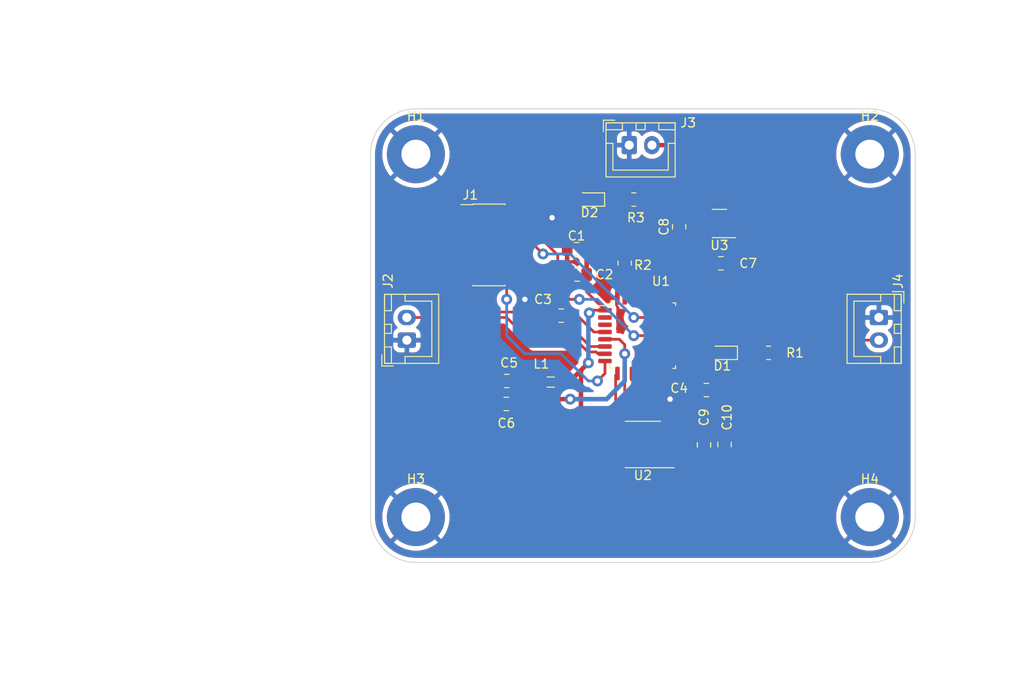
<source format=kicad_pcb>
(kicad_pcb (version 20211014) (generator pcbnew)
  (layers (0 "F.Cu" signal) (31 "B.Cu" signal) (34 "B.Paste" user) (35 "F.Paste" user) (36 "B.SilkS" user "B.Silkscreen") (37 "F.SilkS" user "F.Silkscreen") (38 "B.Mask" user) (39 "F.Mask" user) (44 "Edge.Cuts" user))
  (net 0 "")
  (net 1 "+3.3V")
  (net 2 "GND")
  (net 3 "NRST")
  (net 4 "+3.3VA")
  (net 5 "+5V")
  (net 6 "Net-(D1-Pad1)")
  (net 7 "LED_STATUS")
  (net 8 "Net-(D2-Pad1)")
  (net 11 "SWDIO")
  (net 12 "SWDCK")
  (net 16 "USART2_RX")
  (net 17 "USART2_TX")
  (net 18 "ADC_IN1")
  (net 19 "DAC_OUT")
  (net 20 "Net-(R2-Pad1)")
  (net 23 "DAC_nLDAC")
  (net 24 "DAC_nCS")
  (net 25 "SPI1_SCK")
  (net 27 "SPI1_MOSI")
  (footprint "Resistor_SMD:R_0805_2012Metric_Pad1.20x1.40mm_HandSolder" (layer "F.Cu") (at 81 59 90)
    (fp_text reference "R2" (at -0.227064 2 180) (layer "F.SilkS"))
    (fp_text value "100k")
    (fp_line (start -0.227064 0.735) (end 0.227064 0.735) (layer "F.SilkS") (width 0.12))
    (fp_line (start -0.227064 -0.735) (end 0.227064 -0.735) (layer "F.SilkS") (width 0.12))
    (pad "1" smd roundrect (at -1 0 90) (size 1.2 1.4) (layers "F.Cu" "F.Paste" "F.Mask") (roundrect_rratio 0.208333) (net 20 "Net-(R2-Pad1)"))
    (pad "2" smd roundrect (at 1 0 90) (size 1.2 1.4) (layers "F.Cu" "F.Paste" "F.Mask") (roundrect_rratio 0.208333) (net 2 "GND"))
  )
  (footprint "Capacitor_SMD:C_0805_2012Metric_Pad1.18x1.45mm_HandSolder" (layer "F.Cu") (at 68 72 180)
    (fp_text reference "C5" (at -0.261252 2) (layer "F.SilkS"))
    (fp_text value "1u")
    (fp_line (start -0.261252 0.735) (end 0.261252 0.735) (layer "F.SilkS") (width 0.12))
    (fp_line (start -0.261252 -0.735) (end 0.261252 -0.735) (layer "F.SilkS") (width 0.12))
    (pad "1" smd roundrect (at -1.0375 0 180) (size 1.175 1.45) (layers "F.Cu" "F.Paste" "F.Mask") (roundrect_rratio 0.212766) (net 4 "+3.3VA"))
    (pad "2" smd roundrect (at 1.0375 0 180) (size 1.175 1.45) (layers "F.Cu" "F.Paste" "F.Mask") (roundrect_rratio 0.212766) (net 2 "GND"))
  )
  (footprint "MountingHole:MountingHole_3.2mm_M3_Pad" (layer "F.Cu") (at 58 47)
    (fp_text reference "H1" (at 0 -4.2) (layer "F.SilkS"))
    (fp_text value "MountingHole_Pad")
    (pad "1" thru_hole circle (at 0 0) (size 6.4 6.4) (drill 3.2) (layers *.Cu *.Mask) (net 2 "GND"))
  )
  (footprint "LED_SMD:LED_0603_1608Metric_Pad1.05x0.95mm_HandSolder" (layer "F.Cu") (at 91.758256 68.9 180)
    (fp_text reference "D1" (at 0 -1.43) (layer "F.SilkS"))
    (fp_text value "ORANGE_TLMO1100_GS8")
    (fp_line (start 0.8 -0.735) (end -1.66 -0.735) (layer "F.SilkS") (width 0.12))
    (fp_line (start -1.66 0.735) (end 0.8 0.735) (layer "F.SilkS") (width 0.12))
    (fp_line (start -1.66 -0.735) (end -1.66 0.735) (layer "F.SilkS") (width 0.12))
    (pad "1" smd roundrect (at -0.875 0 180) (size 1.05 0.95) (layers "F.Cu" "F.Paste" "F.Mask") (net 6 "Net-(D1-Pad1)"))
    (pad "2" smd roundrect (at 0.875 0 180) (size 1.05 0.95) (layers "F.Cu" "F.Paste" "F.Mask") (net 7 "LED_STATUS"))
  )
  (footprint "MountingHole:MountingHole_3.2mm_M3_Pad" (layer "F.Cu") (at 108 87)
    (fp_text reference "H4" (at 0 -4.2) (layer "F.SilkS"))
    (fp_text value "MountingHole_Pad")
    (pad "1" thru_hole circle (at 0 0) (size 6.4 6.4) (drill 3.2) (layers *.Cu *.Mask) (net 2 "GND"))
  )
  (footprint "Connector_JST:JST_XH_B2B-XH-A_1x02_P2.50mm_Vertical" (layer "F.Cu") (at 57 67.5 90)
    (fp_text reference "J2" (at 6.5 -2.075 90) (layer "F.SilkS"))
    (fp_text value "INPUT")
    (fp_line (start -2.56 -2.46) (end -2.56 3.51) (layer "F.SilkS") (width 0.12))
    (fp_line (start -2.56 3.51) (end 5.06 3.51) (layer "F.SilkS") (width 0.12))
    (fp_line (start 4.3 2.75) (end 1.25 2.75) (layer "F.SilkS") (width 0.12))
    (fp_line (start 1.75 -2.45) (end 0.75 -2.45) (layer "F.SilkS") (width 0.12))
    (fp_line (start 4.3 -0.2) (end 4.3 2.75) (layer "F.SilkS") (width 0.12))
    (fp_line (start 5.05 -0.2) (end 4.3 -0.2) (layer "F.SilkS") (width 0.12))
    (fp_line (start -1.8 -0.2) (end -1.8 2.75) (layer "F.SilkS") (width 0.12))
    (fp_line (start 5.06 3.51) (end 5.06 -2.46) (layer "F.SilkS") (width 0.12))
    (fp_line (start 1.75 -1.7) (end 1.75 -2.45) (layer "F.SilkS") (width 0.12))
    (fp_line (start -2.55 -2.45) (end -2.55 -1.7) (layer "F.SilkS") (width 0.12))
    (fp_line (start 5.05 -1.7) (end 5.05 -2.45) (layer "F.SilkS") (width 0.12))
    (fp_line (start 3.25 -1.7) (end 5.05 -1.7) (layer "F.SilkS") (width 0.12))
    (fp_line (start -2.55 -0.2) (end -1.8 -0.2) (layer "F.SilkS") (width 0.12))
    (fp_line (start 0.75 -2.45) (end 0.75 -1.7) (layer "F.SilkS") (width 0.12))
    (fp_line (start -2.55 -1.7) (end -0.75 -1.7) (layer "F.SilkS") (width 0.12))
    (fp_line (start 0.75 -1.7) (end 1.75 -1.7) (layer "F.SilkS") (width 0.12))
    (fp_line (start -2.85 -2.75) (end -2.85 -1.5) (layer "F.SilkS") (width 0.12))
    (fp_line (start 5.05 -2.45) (end 3.25 -2.45) (layer "F.SilkS") (width 0.12))
    (fp_line (start -0.75 -1.7) (end -0.75 -2.45) (layer "F.SilkS") (width 0.12))
    (fp_line (start -1.6 -2.75) (end -2.85 -2.75) (layer "F.SilkS") (width 0.12))
    (fp_line (start -1.8 2.75) (end 1.25 2.75) (layer "F.SilkS") (width 0.12))
    (fp_line (start -0.75 -2.45) (end -2.55 -2.45) (layer "F.SilkS") (width 0.12))
    (fp_line (start 3.25 -2.45) (end 3.25 -1.7) (layer "F.SilkS") (width 0.12))
    (fp_line (start 5.06 -2.46) (end -2.56 -2.46) (layer "F.SilkS") (width 0.12))
    (pad "1" thru_hole roundrect (at 0 0 90) (size 1.7 2) (drill 1) (layers *.Cu *.Mask) (roundrect_rratio 0.147059) (net 2 "GND"))
    (pad "2" thru_hole oval (at 2.5 0 90) (size 1.7 2) (drill 1) (layers *.Cu *.Mask) (net 18 "ADC_IN1"))
  )
  (footprint "MountingHole:MountingHole_3.2mm_M3_Pad" (layer "F.Cu") (at 108 47)
    (fp_text reference "H2" (at 0 -4.2) (layer "F.SilkS"))
    (fp_text value "MountingHole_Pad")
    (pad "1" thru_hole circle (at 0 0) (size 6.4 6.4) (drill 3.2) (layers *.Cu *.Mask) (net 2 "GND"))
  )
  (footprint "Capacitor_SMD:C_0805_2012Metric_Pad1.18x1.45mm_HandSolder" (layer "F.Cu") (at 75.7675 60.265 180)
    (fp_text reference "C2" (at -3 0) (layer "F.SilkS"))
    (fp_text value "100n")
    (fp_line (start -0.261252 0.735) (end 0.261252 0.735) (layer "F.SilkS") (width 0.12))
    (fp_line (start -0.261252 -0.735) (end 0.261252 -0.735) (layer "F.SilkS") (width 0.12))
    (pad "1" smd roundrect (at -1.0375 0 180) (size 1.175 1.45) (layers "F.Cu" "F.Paste" "F.Mask") (roundrect_rratio 0.212766) (net 1 "+3.3V"))
    (pad "2" smd roundrect (at 1.0375 0 180) (size 1.175 1.45) (layers "F.Cu" "F.Paste" "F.Mask") (roundrect_rratio 0.212766) (net 2 "GND"))
  )
  (footprint "Capacitor_SMD:C_0805_2012Metric_Pad1.18x1.45mm_HandSolder" (layer "F.Cu") (at 89.735 79.0375 90)
    (fp_text reference "C9" (at 3.0375 0 90) (layer "F.SilkS"))
    (fp_text value "100n")
    (fp_line (start -0.261252 -0.735) (end 0.261252 -0.735) (layer "F.SilkS") (width 0.12))
    (fp_line (start -0.261252 0.735) (end 0.261252 0.735) (layer "F.SilkS") (width 0.12))
    (pad "1" smd roundrect (at -1.0375 0 90) (size 1.175 1.45) (layers "F.Cu" "F.Paste" "F.Mask") (roundrect_rratio 0.212766) (net 1 "+3.3V"))
    (pad "2" smd roundrect (at 1.0375 0 90) (size 1.175 1.45) (layers "F.Cu" "F.Paste" "F.Mask") (roundrect_rratio 0.212766) (net 2 "GND"))
  )
  (footprint "Capacitor_SMD:C_0805_2012Metric_Pad1.18x1.45mm_HandSolder" (layer "F.Cu") (at 75.701248 57.47 180)
    (fp_text reference "C1" (at 0 1.47) (layer "F.SilkS"))
    (fp_text value "4u7")
    (fp_line (start -0.261252 0.735) (end 0.261252 0.735) (layer "F.SilkS") (width 0.12))
    (fp_line (start -0.261252 -0.735) (end 0.261252 -0.735) (layer "F.SilkS") (width 0.12))
    (pad "1" smd roundrect (at -1.0375 0 180) (size 1.175 1.45) (layers "F.Cu" "F.Paste" "F.Mask") (roundrect_rratio 0.212766) (net 1 "+3.3V"))
    (pad "2" smd roundrect (at 1.0375 0 180) (size 1.175 1.45) (layers "F.Cu" "F.Paste" "F.Mask") (roundrect_rratio 0.212766) (net 2 "GND"))
  )
  (footprint "Inductor_SMD:L_0805_2012Metric_Pad1.05x1.20mm_HandSolder" (layer "F.Cu") (at 72.85 72.12 180)
    (fp_text reference "L1" (at 1.029516 2) (layer "F.SilkS"))
    (fp_text value "39n")
    (fp_line (start -0.410242 -0.56) (end 0.410242 -0.56) (layer "F.SilkS") (width 0.12))
    (fp_line (start -0.410242 0.56) (end 0.410242 0.56) (layer "F.SilkS") (width 0.12))
    (pad "1" smd roundrect (at -1.15 0 180) (size 1.05 1.2) (layers "F.Cu" "F.Paste" "F.Mask") (roundrect_rratio 0.238095) (net 1 "+3.3V"))
    (pad "2" smd roundrect (at 1.15 0 180) (size 1.05 1.2) (layers "F.Cu" "F.Paste" "F.Mask") (roundrect_rratio 0.238095) (net 4 "+3.3VA"))
  )
  (footprint "Connector_JST:JST_XH_B2B-XH-A_1x02_P2.50mm_Vertical" (layer "F.Cu") (at 81.5 46)
    (fp_text reference "J3" (at 6.5 -2.46) (layer "F.SilkS"))
    (fp_text value "POWER")
    (fp_line (start 0.75 -1.7) (end 1.75 -1.7) (layer "F.SilkS") (width 0.12))
    (fp_line (start -1.8 -0.2) (end -1.8 2.75) (layer "F.SilkS") (width 0.12))
    (fp_line (start 1.75 -1.7) (end 1.75 -2.45) (layer "F.SilkS") (width 0.12))
    (fp_line (start -2.85 -2.75) (end -2.85 -1.5) (layer "F.SilkS") (width 0.12))
    (fp_line (start 5.06 3.51) (end 5.06 -2.46) (layer "F.SilkS") (width 0.12))
    (fp_line (start -2.55 -2.45) (end -2.55 -1.7) (layer "F.SilkS") (width 0.12))
    (fp_line (start 0.75 -2.45) (end 0.75 -1.7) (layer "F.SilkS") (width 0.12))
    (fp_line (start 1.75 -2.45) (end 0.75 -2.45) (layer "F.SilkS") (width 0.12))
    (fp_line (start -1.8 2.75) (end 1.25 2.75) (layer "F.SilkS") (width 0.12))
    (fp_line (start 5.05 -1.7) (end 5.05 -2.45) (layer "F.SilkS") (width 0.12))
    (fp_line (start 5.05 -2.45) (end 3.25 -2.45) (layer "F.SilkS") (width 0.12))
    (fp_line (start 4.3 -0.2) (end 4.3 2.75) (layer "F.SilkS") (width 0.12))
    (fp_line (start 5.05 -0.2) (end 4.3 -0.2) (layer "F.SilkS") (width 0.12))
    (fp_line (start -2.55 -0.2) (end -1.8 -0.2) (layer "F.SilkS") (width 0.12))
    (fp_line (start 4.3 2.75) (end 1.25 2.75) (layer "F.SilkS") (width 0.12))
    (fp_line (start -2.55 -1.7) (end -0.75 -1.7) (layer "F.SilkS") (width 0.12))
    (fp_line (start 3.25 -1.7) (end 5.05 -1.7) (layer "F.SilkS") (width 0.12))
    (fp_line (start -2.56 -2.46) (end -2.56 3.51) (layer "F.SilkS") (width 0.12))
    (fp_line (start -0.75 -1.7) (end -0.75 -2.45) (layer "F.SilkS") (width 0.12))
    (fp_line (start -1.6 -2.75) (end -2.85 -2.75) (layer "F.SilkS") (width 0.12))
    (fp_line (start -2.56 3.51) (end 5.06 3.51) (layer "F.SilkS") (width 0.12))
    (fp_line (start 5.06 -2.46) (end -2.56 -2.46) (layer "F.SilkS") (width 0.12))
    (fp_line (start 3.25 -2.45) (end 3.25 -1.7) (layer "F.SilkS") (width 0.12))
    (fp_line (start -0.75 -2.45) (end -2.55 -2.45) (layer "F.SilkS") (width 0.12))
    (pad "1" thru_hole roundrect (at 0 0) (size 1.7 2) (drill 1) (layers *.Cu *.Mask) (roundrect_rratio 0.147059) (net 2 "GND"))
    (pad "2" thru_hole oval (at 2.5 0) (size 1.7 2) (drill 1) (layers *.Cu *.Mask) (net 5 "+5V"))
  )
  (footprint "Capacitor_SMD:C_0805_2012Metric_Pad1.18x1.45mm_HandSolder" (layer "F.Cu") (at 74 64.795 180)
    (fp_text reference "C3" (at 2 1.795) (layer "F.SilkS"))
    (fp_text value "100n")
    (fp_line (start -0.261252 0.735) (end 0.261252 0.735) (layer "F.SilkS") (width 0.12))
    (fp_line (start -0.261252 -0.735) (end 0.261252 -0.735) (layer "F.SilkS") (width 0.12))
    (pad "1" smd roundrect (at -1.0375 0 180) (size 1.175 1.45) (layers "F.Cu" "F.Paste" "F.Mask") (roundrect_rratio 0.212766) (net 3 "NRST"))
    (pad "2" smd roundrect (at 1.0375 0 180) (size 1.175 1.45) (layers "F.Cu" "F.Paste" "F.Mask") (roundrect_rratio 0.212766) (net 2 "GND"))
  )
  (footprint "Capacitor_SMD:C_0805_2012Metric" (layer "F.Cu") (at 91.6 59.03 180)
    (fp_text reference "C7" (at -3 0) (layer "F.SilkS"))
    (fp_text value "1uF")
    (fp_line (start -0.261252 -0.735) (end 0.261252 -0.735) (layer "F.SilkS") (width 0.12))
    (fp_line (start -0.261252 0.735) (end 0.261252 0.735) (layer "F.SilkS") (width 0.12))
    (pad "1" smd roundrect (at -0.95 0 180) (size 1 1.45) (layers "F.Cu" "F.Paste" "F.Mask") (net 5 "+5V"))
    (pad "2" smd roundrect (at 0.95 0 180) (size 1 1.45) (layers "F.Cu" "F.Paste" "F.Mask") (net 2 "GND"))
  )
  (footprint "Package_SO:SOIC-8_3.9x4.9mm_P1.27mm" (layer "F.Cu") (at 83 79 180)
    (fp_text reference "U2" (at 0 -3.4) (layer "F.SilkS"))
    (fp_text value "MCP4801-E/SN")
    (fp_line (start 0 -2.56) (end -3.45 -2.56) (layer "F.SilkS") (width 0.12))
    (fp_line (start 0 2.56) (end -1.95 2.56) (layer "F.SilkS") (width 0.12))
    (fp_line (start 0 2.56) (end 1.95 2.56) (layer "F.SilkS") (width 0.12))
    (fp_line (start 0 -2.56) (end 1.95 -2.56) (layer "F.SilkS") (width 0.12))
    (pad "1" smd roundrect (at -2.475 -1.905 180) (size 1.95 0.6) (layers "F.Cu" "F.Paste" "F.Mask") (net 1 "+3.3V"))
    (pad "2" smd roundrect (at -2.475 -0.635 180) (size 1.95 0.6) (layers "F.Cu" "F.Paste" "F.Mask") (net 24 "DAC_nCS"))
    (pad "3" smd roundrect (at -2.475 0.635 180) (size 1.95 0.6) (layers "F.Cu" "F.Paste" "F.Mask") (net 25 "SPI1_SCK"))
    (pad "4" smd roundrect (at -2.475 1.905 180) (size 1.95 0.6) (layers "F.Cu" "F.Paste" "F.Mask") (net 27 "SPI1_MOSI"))
    (pad "5" smd roundrect (at 2.475 1.905 180) (size 1.95 0.6) (layers "F.Cu" "F.Paste" "F.Mask") (net 23 "DAC_nLDAC"))
    (pad "6" smd roundrect (at 2.475 0.635 180) (size 1.95 0.6) (layers "F.Cu" "F.Paste" "F.Mask") (net 1 "+3.3V"))
    (pad "7" smd roundrect (at 2.475 -0.635 180) (size 1.95 0.6) (layers "F.Cu" "F.Paste" "F.Mask") (net 2 "GND"))
    (pad "8" smd roundrect (at 2.475 -1.905 180) (size 1.95 0.6) (layers "F.Cu" "F.Paste" "F.Mask") (net 19 "DAC_OUT"))
  )
  (footprint "Package_TO_SOT_SMD:SOT-23-5" (layer "F.Cu") (at 91.4375 54.64 180)
    (fp_text reference "U3" (at 0 -2.4) (layer "F.SilkS"))
    (fp_text value "BU33SD5WG-TR")
    (fp_line (start 0 -1.56) (end -1.8 -1.56) (layer "F.SilkS") (width 0.12))
    (fp_line (start 0 1.56) (end 0.8 1.56) (layer "F.SilkS") (width 0.12))
    (fp_line (start 0 -1.56) (end 0.8 -1.56) (layer "F.SilkS") (width 0.12))
    (fp_line (start 0 1.56) (end -0.8 1.56) (layer "F.SilkS") (width 0.12))
    (pad "1" smd roundrect (at -1.1375 -0.95 180) (size 1.325 0.6) (layers "F.Cu" "F.Paste" "F.Mask") (net 5 "+5V"))
    (pad "2" smd roundrect (at -1.1375 0 180) (size 1.325 0.6) (layers "F.Cu" "F.Paste" "F.Mask") (net 2 "GND"))
    (pad "3" smd roundrect (at -1.1375 0.95 180) (size 1.325 0.6) (layers "F.Cu" "F.Paste" "F.Mask") (net 5 "+5V"))
    (pad "4" smd roundrect (at 1.1375 0.95 180) (size 1.325 0.6) (layers "F.Cu" "F.Paste" "F.Mask"))
    (pad "5" smd roundrect (at 1.1375 -0.95 180) (size 1.325 0.6) (layers "F.Cu" "F.Paste" "F.Mask") (net 1 "+3.3V"))
  )
  (footprint "Capacitor_SMD:C_0805_2012Metric_Pad1.18x1.45mm_HandSolder" (layer "F.Cu") (at 90 73)
    (fp_text reference "C4" (at -3 -0.205) (layer "F.SilkS"))
    (fp_text value "100n")
    (fp_line (start -0.261252 0.735) (end 0.261252 0.735) (layer "F.SilkS") (width 0.12))
    (fp_line (start -0.261252 -0.735) (end 0.261252 -0.735) (layer "F.SilkS") (width 0.12))
    (pad "1" smd roundrect (at -1.0375 0) (size 1.175 1.45) (layers "F.Cu" "F.Paste" "F.Mask") (roundrect_rratio 0.212766) (net 1 "+3.3V"))
    (pad "2" smd roundrect (at 1.0375 0) (size 1.175 1.45) (layers "F.Cu" "F.Paste" "F.Mask") (roundrect_rratio 0.212766) (net 2 "GND"))
  )
  (footprint "Capacitor_SMD:C_0805_2012Metric_Pad1.18x1.45mm_HandSolder" (layer "F.Cu") (at 67.9625 74.53 180)
    (fp_text reference "C6" (at 0 -2.115) (layer "F.SilkS"))
    (fp_text value "10n")
    (fp_line (start -0.261252 0.735) (end 0.261252 0.735) (layer "F.SilkS") (width 0.12))
    (fp_line (start -0.261252 -0.735) (end 0.261252 -0.735) (layer "F.SilkS") (width 0.12))
    (pad "1" smd roundrect (at -1.0375 0 180) (size 1.175 1.45) (layers "F.Cu" "F.Paste" "F.Mask") (roundrect_rratio 0.212766) (net 4 "+3.3VA"))
    (pad "2" smd roundrect (at 1.0375 0 180) (size 1.175 1.45) (layers "F.Cu" "F.Paste" "F.Mask") (roundrect_rratio 0.212766) (net 2 "GND"))
  )
  (footprint "Connector_JST:JST_XH_B2B-XH-A_1x02_P2.50mm_Vertical" (layer "F.Cu") (at 109 65 -90)
    (fp_text reference "J4" (at -4 -2.125 90) (layer "F.SilkS"))
    (fp_text value "OUTPUT")
    (fp_line (start -2.85 -2.75) (end -2.85 -1.5) (layer "F.SilkS") (width 0.12))
    (fp_line (start -2.55 -0.2) (end -1.8 -0.2) (layer "F.SilkS") (width 0.12))
    (fp_line (start -0.75 -2.45) (end -2.55 -2.45) (layer "F.SilkS") (width 0.12))
    (fp_line (start -2.55 -2.45) (end -2.55 -1.7) (layer "F.SilkS") (width 0.12))
    (fp_line (start 4.3 -0.2) (end 4.3 2.75) (layer "F.SilkS") (width 0.12))
    (fp_line (start -0.75 -1.7) (end -0.75 -2.45) (layer "F.SilkS") (width 0.12))
    (fp_line (start -1.6 -2.75) (end -2.85 -2.75) (layer "F.SilkS") (width 0.12))
    (fp_line (start -1.8 -0.2) (end -1.8 2.75) (layer "F.SilkS") (width 0.12))
    (fp_line (start 3.25 -2.45) (end 3.25 -1.7) (layer "F.SilkS") (width 0.12))
    (fp_line (start 5.05 -1.7) (end 5.05 -2.45) (layer "F.SilkS") (width 0.12))
    (fp_line (start 5.06 -2.46) (end -2.56 -2.46) (layer "F.SilkS") (width 0.12))
    (fp_line (start 5.06 3.51) (end 5.06 -2.46) (layer "F.SilkS") (width 0.12))
    (fp_line (start 5.05 -2.45) (end 3.25 -2.45) (layer "F.SilkS") (width 0.12))
    (fp_line (start -1.8 2.75) (end 1.25 2.75) (layer "F.SilkS") (width 0.12))
    (fp_line (start 0.75 -2.45) (end 0.75 -1.7) (layer "F.SilkS") (width 0.12))
    (fp_line (start 1.75 -2.45) (end 0.75 -2.45) (layer "F.SilkS") (width 0.12))
    (fp_line (start 5.05 -0.2) (end 4.3 -0.2) (layer "F.SilkS") (width 0.12))
    (fp_line (start 0.75 -1.7) (end 1.75 -1.7) (layer "F.SilkS") (width 0.12))
    (fp_line (start 4.3 2.75) (end 1.25 2.75) (layer "F.SilkS") (width 0.12))
    (fp_line (start -2.56 3.51) (end 5.06 3.51) (layer "F.SilkS") (width 0.12))
    (fp_line (start -2.56 -2.46) (end -2.56 3.51) (layer "F.SilkS") (width 0.12))
    (fp_line (start 3.25 -1.7) (end 5.05 -1.7) (layer "F.SilkS") (width 0.12))
    (fp_line (start 1.75 -1.7) (end 1.75 -2.45) (layer "F.SilkS") (width 0.12))
    (fp_line (start -2.55 -1.7) (end -0.75 -1.7) (layer "F.SilkS") (width 0.12))
    (pad "1" thru_hole roundrect (at 0 0 270) (size 1.7 2) (drill 1) (layers *.Cu *.Mask) (roundrect_rratio 0.147059) (net 2 "GND"))
    (pad "2" thru_hole oval (at 2.5 0 270) (size 1.7 2) (drill 1) (layers *.Cu *.Mask) (net 19 "DAC_OUT"))
  )
  (footprint "Capacitor_SMD:C_0805_2012Metric" (layer "F.Cu") (at 87 55 90)
    (fp_text reference "C8" (at 0 -1.68 90) (layer "F.SilkS"))
    (fp_text value "1uF")
    (fp_line (start -0.261252 0.735) (end 0.261252 0.735) (layer "F.SilkS") (width 0.12))
    (fp_line (start -0.261252 -0.735) (end 0.261252 -0.735) (layer "F.SilkS") (width 0.12))
    (pad "1" smd roundrect (at -0.95 0 90) (size 1 1.45) (layers "F.Cu" "F.Paste" "F.Mask") (net 1 "+3.3V"))
    (pad "2" smd roundrect (at 0.95 0 90) (size 1 1.45) (layers "F.Cu" "F.Paste" "F.Mask") (net 2 "GND"))
  )
  (footprint "LED_SMD:LED_0603_1608Metric_Pad1.05x0.95mm_HandSolder" (layer "F.Cu") (at 77.125 52 180)
    (fp_text reference "D2" (at 0 -1.43) (layer "F.SilkS"))
    (fp_text value "GREEN LED")
    (fp_line (start 0.8 -0.735) (end -1.66 -0.735) (layer "F.SilkS") (width 0.12))
    (fp_line (start -1.66 -0.735) (end -1.66 0.735) (layer "F.SilkS") (width 0.12))
    (fp_line (start -1.66 0.735) (end 0.8 0.735) (layer "F.SilkS") (width 0.12))
    (pad "1" smd roundrect (at -0.875 0 180) (size 1.05 0.95) (layers "F.Cu" "F.Paste" "F.Mask") (net 8 "Net-(D2-Pad1)"))
    (pad "2" smd roundrect (at 0.875 0 180) (size 1.05 0.95) (layers "F.Cu" "F.Paste" "F.Mask") (net 1 "+3.3V"))
  )
  (footprint "Resistor_SMD:R_0805_2012Metric_Pad1.20x1.40mm_HandSolder" (layer "F.Cu") (at 82 52)
    (fp_text reference "R3" (at 0.227064 2) (layer "F.SilkS"))
    (fp_text value "1k")
    (fp_line (start -0.227064 -0.735) (end 0.227064 -0.735) (layer "F.SilkS") (width 0.12))
    (fp_line (start -0.227064 0.735) (end 0.227064 0.735) (layer "F.SilkS") (width 0.12))
    (pad "1" smd roundrect (at -1 0) (size 1.2 1.4) (layers "F.Cu" "F.Paste" "F.Mask") (roundrect_rratio 0.208333) (net 8 "Net-(D2-Pad1)"))
    (pad "2" smd roundrect (at 1 0) (size 1.2 1.4) (layers "F.Cu" "F.Paste" "F.Mask") (roundrect_rratio 0.208333) (net 2 "GND"))
  )
  (footprint "Capacitor_SMD:C_0805_2012Metric" (layer "F.Cu") (at 92 79 90)
    (fp_text reference "C10" (at 3 0.265 90) (layer "F.SilkS"))
    (fp_text value "10u")
    (fp_line (start -0.261252 0.735) (end 0.261252 0.735) (layer "F.SilkS") (width 0.12))
    (fp_line (start -0.261252 -0.735) (end 0.261252 -0.735) (layer "F.SilkS") (width 0.12))
    (pad "1" smd roundrect (at -0.95 0 90) (size 1 1.45) (layers "F.Cu" "F.Paste" "F.Mask") (net 1 "+3.3V"))
    (pad "2" smd roundrect (at 0.95 0 90) (size 1 1.45) (layers "F.Cu" "F.Paste" "F.Mask") (net 2 "GND"))
  )
  (footprint "Connector_PinHeader_1.27mm:PinHeader_2x07_P1.27mm_Vertical_SMD" (layer "F.Cu") (at 66.05 57)
    (fp_text reference "J1" (at -2.05 -5.505) (layer "F.SilkS"))
    (fp_text value "Conn_02x07_Odd_Even")
    (fp_line (start -1.765 4.44) (end -1.765 4.505) (layer "F.SilkS") (width 0.12))
    (fp_line (start -1.765 4.505) (end 1.765 4.505) (layer "F.SilkS") (width 0.12))
    (fp_line (start 1.765 -4.505) (end 1.765 -4.44) (layer "F.SilkS") (width 0.12))
    (fp_line (start 1.765 4.44) (end 1.765 4.505) (layer "F.SilkS") (width 0.12))
    (fp_line (start -1.765 -4.505) (end -1.765 -4.44) (layer "F.SilkS") (width 0.12))
    (fp_line (start -3.09 -4.44) (end -1.765 -4.44) (layer "F.SilkS") (width 0.12))
    (fp_line (start -1.765 -4.505) (end 1.765 -4.505) (layer "F.SilkS") (width 0.12))
    (pad "1" smd rect (at -1.95 -3.81) (size 2.4 0.74) (layers "F.Cu" "F.Paste" "F.Mask"))
    (pad "2" smd rect (at 1.95 -3.81) (size 2.4 0.74) (layers "F.Cu" "F.Paste" "F.Mask"))
    (pad "3" smd rect (at -1.95 -2.54) (size 2.4 0.74) (layers "F.Cu" "F.Paste" "F.Mask") (net 1 "+3.3V"))
    (pad "4" smd rect (at 1.95 -2.54) (size 2.4 0.74) (layers "F.Cu" "F.Paste" "F.Mask") (net 11 "SWDIO"))
    (pad "5" smd rect (at -1.95 -1.27) (size 2.4 0.74) (layers "F.Cu" "F.Paste" "F.Mask") (net 2 "GND"))
    (pad "6" smd rect (at 1.95 -1.27) (size 2.4 0.74) (layers "F.Cu" "F.Paste" "F.Mask") (net 12 "SWDCK"))
    (pad "7" smd rect (at -1.95 0) (size 2.4 0.74) (layers "F.Cu" "F.Paste" "F.Mask") (net 2 "GND"))
    (pad "8" smd rect (at 1.95 0) (size 2.4 0.74) (layers "F.Cu" "F.Paste" "F.Mask"))
    (pad "9" smd rect (at -1.95 1.27) (size 2.4 0.74) (layers "F.Cu" "F.Paste" "F.Mask"))
    (pad "10" smd rect (at 1.95 1.27) (size 2.4 0.74) (layers "F.Cu" "F.Paste" "F.Mask"))
    (pad "11" smd rect (at -1.95 2.54) (size 2.4 0.74) (layers "F.Cu" "F.Paste" "F.Mask") (net 2 "GND"))
    (pad "12" smd rect (at 1.95 2.54) (size 2.4 0.74) (layers "F.Cu" "F.Paste" "F.Mask") (net 3 "NRST"))
    (pad "13" smd rect (at -1.95 3.81) (size 2.4 0.74) (layers "F.Cu" "F.Paste" "F.Mask") (net 16 "USART2_RX"))
    (pad "14" smd rect (at 1.95 3.81) (size 2.4 0.74) (layers "F.Cu" "F.Paste" "F.Mask") (net 17 "USART2_TX"))
  )
  (footprint "MountingHole:MountingHole_3.2mm_M3_Pad" (layer "F.Cu") (at 58 87)
    (fp_text reference "H3" (at 0 -4.2) (layer "F.SilkS"))
    (fp_text value "MountingHole_Pad")
    (pad "1" thru_hole circle (at 0 0) (size 6.4 6.4) (drill 3.2) (layers *.Cu *.Mask) (net 2 "GND"))
  )
  (footprint "Package_QFP:LQFP-32_7x7mm_P0.8mm" (layer "F.Cu") (at 83 67)
    (fp_text reference "U1" (at 2 -6) (layer "F.SilkS"))
    (fp_text value "STM32L021K4Tx")
    (fp_line (start 3.31 -3.61) (end 3.61 -3.61) (layer "F.SilkS") (width 0.12))
    (fp_line (start -3.61 3.61) (end -3.61 3.31) (layer "F.SilkS") (width 0.12))
    (fp_line (start -3.31 3.61) (end -3.61 3.61) (layer "F.SilkS") (width 0.12))
    (fp_line (start -3.61 -3.31) (end -4.925 -3.31) (layer "F.SilkS") (width 0.12))
    (fp_line (start -3.31 -3.61) (end -3.61 -3.61) (layer "F.SilkS") (width 0.12))
    (fp_line (start -3.61 -3.61) (end -3.61 -3.31) (layer "F.SilkS") (width 0.12))
    (fp_line (start 3.61 3.61) (end 3.61 3.31) (layer "F.SilkS") (width 0.12))
    (fp_line (start 3.61 -3.61) (end 3.61 -3.31) (layer "F.SilkS") (width 0.12))
    (fp_line (start 3.31 3.61) (end 3.61 3.61) (layer "F.SilkS") (width 0.12))
    (pad "1" smd roundrect (at -4.175 -2.8) (size 1.5 0.5) (layers "F.Cu" "F.Paste" "F.Mask") (net 1 "+3.3V"))
    (pad "2" smd roundrect (at -4.175 -2) (size 1.5 0.5) (layers "F.Cu" "F.Paste" "F.Mask"))
    (pad "3" smd roundrect (at -4.175 -1.2) (size 1.5 0.5) (layers "F.Cu" "F.Paste" "F.Mask"))
    (pad "4" smd roundrect (at -4.175 -0.4) (size 1.5 0.5) (layers "F.Cu" "F.Paste" "F.Mask") (net 3 "NRST"))
    (pad "5" smd roundrect (at -4.175 0.4) (size 1.5 0.5) (layers "F.Cu" "F.Paste" "F.Mask") (net 4 "+3.3VA"))
    (pad "6" smd roundrect (at -4.175 1.2) (size 1.5 0.5) (layers "F.Cu" "F.Paste" "F.Mask") (net 16 "USART2_RX"))
    (pad "7" smd roundrect (at -4.175 2) (size 1.5 0.5) (layers "F.Cu" "F.Paste" "F.Mask") (net 18 "ADC_IN1"))
    (pad "8" smd roundrect (at -4.175 2.8) (size 1.5 0.5) (layers "F.Cu" "F.Paste" "F.Mask") (net 17 "USART2_TX"))
    (pad "9" smd roundrect (at -2.8 4.175) (size 0.5 1.5) (layers "F.Cu" "F.Paste" "F.Mask") (net 23 "DAC_nLDAC"))
    (pad "10" smd roundrect (at -2 4.175) (size 0.5 1.5) (layers "F.Cu" "F.Paste" "F.Mask") (net 24 "DAC_nCS"))
    (pad "11" smd roundrect (at -1.2 4.175) (size 0.5 1.5) (layers "F.Cu" "F.Paste" "F.Mask") (net 25 "SPI1_SCK"))
    (pad "12" smd roundrect (at -0.4 4.175) (size 0.5 1.5) (layers "F.Cu" "F.Paste" "F.Mask"))
    (pad "13" smd roundrect (at 0.4 4.175) (size 0.5 1.5) (layers "F.Cu" "F.Paste" "F.Mask") (net 27 "SPI1_MOSI"))
    (pad "14" smd roundrect (at 1.2 4.175) (size 0.5 1.5) (layers "F.Cu" "F.Paste" "F.Mask"))
    (pad "15" smd roundrect (at 2 4.175) (size 0.5 1.5) (layers "F.Cu" "F.Paste" "F.Mask"))
    (pad "16" smd roundrect (at 2.8 4.175) (size 0.5 1.5) (layers "F.Cu" "F.Paste" "F.Mask") (net 2 "GND"))
    (pad "17" smd roundrect (at 4.175 2.8) (size 1.5 0.5) (layers "F.Cu" "F.Paste" "F.Mask") (net 1 "+3.3V"))
    (pad "18" smd roundrect (at 4.175 2) (size 1.5 0.5) (layers "F.Cu" "F.Paste" "F.Mask") (net 7 "LED_STATUS"))
    (pad "19" smd roundrect (at 4.175 1.2) (size 1.5 0.5) (layers "F.Cu" "F.Paste" "F.Mask"))
    (pad "20" smd roundrect (at 4.175 0.4) (size 1.5 0.5) (layers "F.Cu" "F.Paste" "F.Mask"))
    (pad "21" smd roundrect (at 4.175 -0.4) (size 1.5 0.5) (layers "F.Cu" "F.Paste" "F.Mask"))
    (pad "22" smd roundrect (at 4.175 -1.2) (size 1.5 0.5) (layers "F.Cu" "F.Paste" "F.Mask"))
    (pad "23" smd roundrect (at 4.175 -2) (size 1.5 0.5) (layers "F.Cu" "F.Paste" "F.Mask") (net 11 "SWDIO"))
    (pad "24" smd roundrect (at 4.175 -2.8) (size 1.5 0.5) (layers "F.Cu" "F.Paste" "F.Mask") (net 12 "SWDCK"))
    (pad "25" smd roundrect (at 2.8 -4.175) (size 0.5 1.5) (layers "F.Cu" "F.Paste" "F.Mask"))
    (pad "26" smd roundrect (at 2 -4.175) (size 0.5 1.5) (layers "F.Cu" "F.Paste" "F.Mask"))
    (pad "27" smd roundrect (at 1.2 -4.175) (size 0.5 1.5) (layers "F.Cu" "F.Paste" "F.Mask"))
    (pad "28" smd roundrect (at 0.4 -4.175) (size 0.5 1.5) (layers "F.Cu" "F.Paste" "F.Mask"))
    (pad "29" smd roundrect (at -0.4 -4.175) (size 0.5 1.5) (layers "F.Cu" "F.Paste" "F.Mask"))
    (pad "30" smd roundrect (at -1.2 -4.175) (size 0.5 1.5) (layers "F.Cu" "F.Paste" "F.Mask"))
    (pad "31" smd roundrect (at -2 -4.175) (size 0.5 1.5) (layers "F.Cu" "F.Paste" "F.Mask") (net 20 "Net-(R2-Pad1)"))
    (pad "32" smd roundrect (at -2.8 -4.175) (size 0.5 1.5) (layers "F.Cu" "F.Paste" "F.Mask") (net 2 "GND"))
  )
  (footprint "Resistor_SMD:R_0805_2012Metric_Pad1.20x1.40mm_HandSolder" (layer "F.Cu") (at 96.85 68.9)
    (fp_text reference "R1" (at 2.908256 0) (layer "F.SilkS"))
    (fp_text value "1k")
    (fp_line (start -0.227064 -0.735) (end 0.227064 -0.735) (layer "F.SilkS") (width 0.12))
    (fp_line (start -0.227064 0.735) (end 0.227064 0.735) (layer "F.SilkS") (width 0.12))
    (pad "1" smd roundrect (at -1 0) (size 1.2 1.4) (layers "F.Cu" "F.Paste" "F.Mask") (roundrect_rratio 0.208333) (net 6 "Net-(D1-Pad1)"))
    (pad "2" smd roundrect (at 1 0) (size 1.2 1.4) (layers "F.Cu" "F.Paste" "F.Mask") (roundrect_rratio 0.208333) (net 2 "GND"))
  )
  (gr_line (start 58 42) (end 108 42) (layer "Edge.Cuts") (width 0.1))
  (gr_line (start 53 47) (end 53 87) (layer "Edge.Cuts") (width 0.1))
  (gr_line (start 113 47) (end 113 87) (layer "Edge.Cuts") (width 0.1))
  (gr_arc (start 113 87) (mid 111.535534 90.535534) (end 108 92) (layer "Edge.Cuts") (width 0.1))
  (gr_arc (start 108 42) (mid 111.535534 43.464466) (end 113 47) (layer "Edge.Cuts") (width 0.1))
  (gr_arc (start 58 92) (mid 54.464466 90.535534) (end 53 87) (layer "Edge.Cuts") (width 0.1))
  (gr_arc (start 53 47) (mid 54.464466 43.464466) (end 58 42) (layer "Edge.Cuts") (width 0.1))
  (gr_line (start 108 92) (end 58 92) (layer "Edge.Cuts") (width 0.1))
  (gr_text "Hugo LE COZ 3DN 2023" (at 83 88) (layer "F.Cu") (effects (font (size 1.5 1.5) (thickness 0.3))))
  (segment (start 79.365 78.365) (end 76.179516 75.179516) (width 0.5) (layer "F.Cu") (net 1))
  (segment (start 74 72.12) (end 74.88 72.12) (width 0.5) (layer "F.Cu") (net 1))
  (segment (start 87 55.95) (end 89.94 55.95) (width 0.5) (layer "F.Cu") (net 1))
  (segment (start 76.179516 70.820484) (end 77 70) (width 0.3) (layer "F.Cu") (net 1))
  (segment (start 87.8 69.8) (end 89 71) (width 0.5) (layer "F.Cu") (net 1))
  (segment (start 76.738748 57.47) (end 76.738748 54.738748) (width 0.5) (layer "F.Cu") (net 1))
  (segment (start 78.53 57.47) (end 80 56) (width 0.5) (layer "F.Cu") (net 1))
  (segment (start 87.175 69.8) (end 87.8 69.8) (width 0.5) (layer "F.Cu") (net 1))
  (segment (start 87.095 80.905) (end 86.028528 80.905) (width 0.5) (layer "F.Cu") (net 1))
  (segment (start 76.805 62.18) (end 76.805 61) (width 0.3) (layer "F.Cu") (net 1))
  (segment (start 65.54 54.46) (end 66 54) (width 0.5) (layer "F.Cu") (net 1))
  (segment (start 78.825 64.2) (end 76.805 62.18) (width 0.3) (layer "F.Cu") (net 1))
  (segment (start 89 71) (end 89 72.9625) (width 0.5) (layer "F.Cu") (net 1))
  (segment (start 76.805 61) (end 76.805 57.536252) (width 0.5) (layer "F.Cu") (net 1))
  (segment (start 80 56) (end 86.95 56) (width 0.5) (layer "F.Cu") (net 1))
  (segment (start 66 52) (end 67 51) (width 0.5) (layer "F.Cu") (net 1))
  (segment (start 76.738748 57.47) (end 78.53 57.47) (width 0.5) (layer "F.Cu") (net 1))
  (segment (start 80.525 78.365) (end 79.365 78.365) (width 0.5) (layer "F.Cu") (net 1))
  (segment (start 89.125 79.95) (end 89 80.075) (width 0.3) (layer "F.Cu") (net 1))
  (segment (start 88.17 80.905) (end 85.475 80.905) (width 0.5) (layer "F.Cu") (net 1))
  (segment (start 86.028528 80.905) (end 85.475 80.905) (width 0.3) (layer "F.Cu") (net 1))
  (segment (start 89.94 55.95) (end 90.3 55.59) (width 0.5) (layer "F.Cu") (net 1))
  (segment (start 83.905 80.905) (end 85.475 80.905) (width 0.5) (layer "F.Cu") (net 1))
  (segment (start 76.805 57.536252) (end 76.738748 57.47) (width 0.3) (layer "F.Cu") (net 1))
  (segment (start 81.365 78.365) (end 83.905 80.905) (width 0.5) (layer "F.Cu") (net 1))
  (segment (start 76 54) (end 76 52.25) (width 0.5) (layer "F.Cu") (net 1))
  (segment (start 80.525 78.365) (end 81.365 78.365) (width 0.5) (layer "F.Cu") (net 1))
  (segment (start 88.9625 74.0375) (end 88 75) (width 0.5) (layer "F.Cu") (net 1))
  (segment (start 76.738748 54.738748) (end 76 54) (width 0.5) (layer "F.Cu") (net 1))
  (segment (start 77.4 64.2) (end 78.825 64.2) (width 0.3) (layer "F.Cu") (net 1))
  (segment (start 86.95 56) (end 87 55.95) (width 0.3) (layer "F.Cu") (net 1))
  (segment (start 88.9625 73) (end 88.9625 74.0375) (width 0.5) (layer "F.Cu") (net 1))
  (segment (start 67 51) (end 75.25 51) (width 0.5) (layer "F.Cu") (net 1))
  (segment (start 75.25 51) (end 76.25 52) (width 0.5) (layer "F.Cu") (net 1))
  (segment (start 88 75) (end 88 80) (width 0.5) (layer "F.Cu") (net 1))
  (segment (start 74.88 72.12) (end 77 70) (width 0.5) (layer "F.Cu") (net 1))
  (segment (start 76 52.25) (end 76.25 52) (width 0.3) (layer "F.Cu") (net 1))
  (segment (start 89 80.075) (end 88.17 80.905) (width 0.5) (layer "F.Cu") (net 1))
  (segment (start 89 72.9625) (end 88.9625 73) (width 0.3) (layer "F.Cu") (net 1))
  (segment (start 91.735 79.95) (end 89.125 79.95) (width 0.5) (layer "F.Cu") (net 1))
  (segment (start 88 80) (end 87.095 80.905) (width 0.5) (layer "F.Cu") (net 1))
  (segment (start 66 54) (end 66 52) (width 0.5) (layer "F.Cu") (net 1))
  (segment (start 76.179516 75.179516) (end 76.179516 70.820484) (width 0.5) (layer "F.Cu") (net 1))
  (segment (start 64.1 54.46) (end 65.54 54.46) (width 0.5) (layer "F.Cu") (net 1))
  (segment (start 77.100688 64.499312) (end 77.4 64.2) (width 0.3) (layer "F.Cu") (net 1))
  (via (at 77 70) (size 1.2) (drill 0.6) (layers "F.Cu" "B.Cu") (net 1))
  (via (at 77.100688 64.499312) (size 1.2) (drill 0.6) (layers "F.Cu" "B.Cu") (net 1))
  (segment (start 77 70) (end 77 64.6) (width 0.5) (layer "B.Cu") (net 1))
  (segment (start 77 64.6) (end 77.100688 64.499312) (width 0.3) (layer "B.Cu") (net 1))
  (via (at 73 54) (size 1.2) (drill 0.6) (layers "F.Cu" "B.Cu") (net 2))
  (via (at 86 74) (size 1.2) (drill 0.6) (layers "F.Cu" "B.Cu") (net 2))
  (via (at 70 63) (size 1.2) (drill 0.6) (layers "F.Cu" "B.Cu") (net 2))
  (segment (start 75.795 64.795) (end 77.6 66.6) (width 0.3) (layer "F.Cu") (net 3))
  (segment (start 77.6 66.6) (end 78.825 66.6) (width 0.3) (layer "F.Cu") (net 3))
  (segment (start 75.560004 64.795) (end 75.795 64.795) (width 0.3) (layer "F.Cu") (net 3))
  (segment (start 75.560004 64.795) (end 70.305004 59.54) (width 0.3) (layer "F.Cu") (net 3))
  (segment (start 70.305004 59.54) (end 68 59.54) (width 0.3) (layer "F.Cu") (net 3))
  (segment (start 81 68) (end 80.4 67.4) (width 0.3) (layer "F.Cu") (net 4))
  (segment (start 71.7 72.12) (end 73.58 74) (width 0.5) (layer "F.Cu") (net 4))
  (segment (start 69.1575 72.12) (end 69.0375 72) (width 0.5) (layer "F.Cu") (net 4))
  (segment (start 81 69) (end 81 68) (width 0.3) (layer "F.Cu") (net 4))
  (segment (start 71.7 72.12) (end 69.1575 72.12) (width 0.5) (layer "F.Cu") (net 4))
  (segment (start 80.4 67.4) (end 78.825 67.4) (width 0.3) (layer "F.Cu") (net 4))
  (segment (start 73.58 74) (end 75 74) (width 0.5) (layer "F.Cu") (net 4))
  (segment (start 69 72.0375) (end 69.0375 72) (width 0.3) (layer "F.Cu") (net 4))
  (segment (start 69 74.53) (end 69 72.0375) (width 0.5) (layer "F.Cu") (net 4))
  (via (at 75 74) (size 1.2) (drill 0.6) (layers "F.Cu" "B.Cu") (net 4))
  (via (at 81 69) (size 1.2) (drill 0.6) (layers "F.Cu" "B.Cu") (net 4))
  (segment (start 75 74) (end 79 74) (width 0.5) (layer "B.Cu") (net 4))
  (segment (start 81 72) (end 81 69) (width 0.5) (layer "B.Cu") (net 4))
  (segment (start 79 74) (end 81 72) (width 0.5) (layer "B.Cu") (net 4))
  (segment (start 93 58.58) (end 92.55 59.03) (width 0.3) (layer "F.Cu") (net 5))
  (segment (start 92.013972 55.59) (end 92.575 55.59) (width 0.3) (layer "F.Cu") (net 5))
  (segment (start 94 54.867449) (end 93.277449 55.59) (width 0.5) (layer "F.Cu") (net 5))
  (segment (start 93.277449 55.59) (end 92.013972 55.59) (width 0.5) (layer "F.Cu") (net 5))
  (segment (start 92.575 51.575) (end 92.575 53.69) (width 0.5) (layer "F.Cu") (net 5))
  (segment (start 84 46) (end 87 46) (width 0.5) (layer "F.Cu") (net 5))
  (segment (start 92.575 53.69) (end 92.013972 53.69) (width 0.3) (layer "F.Cu") (net 5))
  (segment (start 93 56.015) (end 93 58.58) (width 0.5) (layer "F.Cu") (net 5))
  (segment (start 92.575 55.59) (end 93 56.015) (width 0.3) (layer "F.Cu") (net 5))
  (segment (start 93.277449 53.69) (end 94 54.412551) (width 0.5) (layer "F.Cu") (net 5))
  (segment (start 94 54.412551) (end 94 54.867449) (width 0.5) (layer "F.Cu") (net 5))
  (segment (start 92.013972 53.69) (end 93.277449 53.69) (width 0.5) (layer "F.Cu") (net 5))
  (segment (start 87 46) (end 92.575 51.575) (width 0.5) (layer "F.Cu") (net 5))
  (segment (start 92.633256 68.9) (end 95.85 68.9) (width 0.3) (layer "F.Cu") (net 6))
  (segment (start 90.783256 69) (end 90.883256 68.9) (width 0.3) (layer "F.Cu") (net 7))
  (segment (start 87.175 69) (end 90.783256 69) (width 0.3) (layer "F.Cu") (net 7))
  (segment (start 81 52) (end 78 52) (width 0.3) (layer "F.Cu") (net 8))
  (segment (start 73.626248 61.698697) (end 73.626248 58.126248) (width 0.3) (layer "F.Cu") (net 11))
  (segment (start 74.927551 63) (end 73.626248 61.698697) (width 0.3) (layer "F.Cu") (net 11))
  (segment (start 86 65) (end 87.175 65) (width 0.3) (layer "F.Cu") (net 11))
  (segment (start 76 63) (end 74.927551 63) (width 0.3) (layer "F.Cu") (net 11))
  (segment (start 73.626248 58.126248) (end 69.96 54.46) (width 0.3) (layer "F.Cu") (net 11))
  (segment (start 82 67) (end 84 67) (width 0.3) (layer "F.Cu") (net 11))
  (segment (start 69.96 54.46) (end 68 54.46) (width 0.3) (layer "F.Cu") (net 11))
  (segment (start 84 67) (end 86 65) (width 0.3) (layer "F.Cu") (net 11))
  (via (at 76 63) (size 1.2) (drill 0.6) (layers "F.Cu" "B.Cu") (net 11))
  (via (at 82 67) (size 1.2) (drill 0.6) (layers "F.Cu" "B.Cu") (net 11))
  (segment (start 76 63) (end 78 63) (width 0.3) (layer "B.Cu") (net 11))
  (segment (start 78 63) (end 82 67) (width 0.3) (layer "B.Cu") (net 11))
  (segment (start 84 65) (end 84.975 64.025) (width 0.3) (layer "F.Cu") (net 12))
  (segment (start 69.73 55.73) (end 72 58) (width 0.3) (layer "F.Cu") (net 12))
  (segment (start 84.975 64.025) (end 87 64.025) (width 0.3) (layer "F.Cu") (net 12))
  (segment (start 87 64.025) (end 87.175 64.2) (width 0.3) (layer "F.Cu") (net 12))
  (segment (start 68 55.73) (end 69.73 55.73) (width 0.3) (layer "F.Cu") (net 12))
  (segment (start 82 65) (end 84 65) (width 0.3) (layer "F.Cu") (net 12))
  (via (at 82 65) (size 1.2) (drill 0.6) (layers "F.Cu" "B.Cu") (net 12))
  (via (at 72 58) (size 1.2) (drill 0.6) (layers "F.Cu" "B.Cu") (net 12))
  (segment (start 72 58) (end 75 58) (width 0.3) (layer "B.Cu") (net 12))
  (segment (start 75 58) (end 82 65) (width 0.3) (layer "B.Cu") (net 12))
  (segment (start 72 67) (end 76 67) (width 0.3) (layer "F.Cu") (net 16))
  (segment (start 77.2 68.2) (end 78.825 68.2) (width 0.3) (layer "F.Cu") (net 16))
  (segment (start 64.1 60.81) (end 64.1 62.1) (width 0.3) (layer "F.Cu") (net 16))
  (segment (start 64.1 62.1) (end 66.4 64.4) (width 0.3) (layer "F.Cu") (net 16))
  (segment (start 69.4 64.4) (end 72 67) (width 0.3) (layer "F.Cu") (net 16))
  (segment (start 66.4 64.4) (end 69.4 64.4) (width 0.3) (layer "F.Cu") (net 16))
  (segment (start 76 67) (end 77.2 68.2) (width 0.3) (layer "F.Cu") (net 16))
  (segment (start 78.825 71.175) (end 78 72) (width 0.3) (layer "F.Cu") (net 17))
  (segment (start 78.825 69.8) (end 78.825 71.175) (width 0.3) (layer "F.Cu") (net 17))
  (segment (start 68 63) (end 68 60.81) (width 0.3) (layer "F.Cu") (net 17))
  (via (at 68 63) (size 1.2) (drill 0.6) (layers "F.Cu" "B.Cu") (net 17))
  (via (at 78 72) (size 1.2) (drill 0.6) (layers "F.Cu" "B.Cu") (net 17))
  (segment (start 74 69) (end 70 69) (width 0.3) (layer "B.Cu") (net 17))
  (segment (start 68 67) (end 68 63) (width 0.3) (layer "B.Cu") (net 17))
  (segment (start 77 72) (end 74 69) (width 0.3) (layer "B.Cu") (net 17))
  (segment (start 78 72) (end 77 72) (width 0.3) (layer "B.Cu") (net 17))
  (segment (start 70 69) (end 68 67) (width 0.3) (layer "B.Cu") (net 17))
  (segment (start 78.061827 69) (end 78.825 69) (width 0.3) (layer "F.Cu") (net 18))
  (segment (start 68 65) (end 71 68) (width 0.3) (layer "F.Cu") (net 18))
  (segment (start 76.951472 68.8) (end 77.861827 68.8) (width 0.3) (layer "F.Cu") (net 18))
  (segment (start 77.861827 68.8) (end 78.061827 69) (width 0.3) (layer "F.Cu") (net 18))
  (segment (start 57 65) (end 68 65) (width 0.3) (layer "F.Cu") (net 18))
  (segment (start 76.151472 68) (end 76.951472 68.8) (width 0.3) (layer "F.Cu") (net 18))
  (segment (start 71 68) (end 76.151472 68) (width 0.3) (layer "F.Cu") (net 18))
  (segment (start 92 83) (end 94 81) (width 0.3) (layer "F.Cu") (net 19))
  (segment (start 104.5 67.5) (end 109 67.5) (width 0.3) (layer "F.Cu") (net 19))
  (segment (start 94 81) (end 94 78) (width 0.3) (layer "F.Cu") (net 19))
  (segment (start 80.525 82.525) (end 81 83) (width 0.3) (layer "F.Cu") (net 19))
  (segment (start 80.525 80.905) (end 80.525 82.525) (width 0.3) (layer "F.Cu") (net 19))
  (segment (start 81 83) (end 92 83) (width 0.3) (layer "F.Cu") (net 19))
  (segment (start 94 78) (end 104.5 67.5) (width 0.3) (layer "F.Cu") (net 19))
  (segment (start 81 62.825) (end 81 60) (width 0.3) (layer "F.Cu") (net 20))
  (segment (start 80.525 76.525) (end 80 76) (width 0.3) (layer "F.Cu") (net 23))
  (segment (start 80 76) (end 80 71.375) (width 0.3) (layer "F.Cu") (net 23))
  (segment (start 80.525 77.095) (end 80.525 76.525) (width 0.3) (layer "F.Cu") (net 23))
  (segment (start 80 71.375) (end 80.2 71.175) (width 0.3) (layer "F.Cu") (net 23))
  (segment (start 85.475 79.635) (end 84.921472 79.635) (width 0.3) (layer "F.Cu") (net 24))
  (segment (start 84.921472 79.635) (end 81 75.713528) (width 0.3) (layer "F.Cu") (net 24))
  (segment (start 81 75.713528) (end 81 71.175) (width 0.3) (layer "F.Cu") (net 24))
  (segment (start 84.921472 78.365) (end 82 75.443528) (width 0.3) (layer "F.Cu") (net 25))
  (segment (start 85.475 78.365) (end 84.921472 78.365) (width 0.3) (layer "F.Cu") (net 25))
  (segment (start 81.8 71.938173) (end 81.8 71.175) (width 0.3) (layer "F.Cu") (net 25))
  (segment (start 82 72.138173) (end 81.8 71.938173) (width 0.3) (layer "F.Cu") (net 25))
  (segment (start 82 75.443528) (end 82 72.138173) (width 0.3) (layer "F.Cu") (net 25))
  (segment (start 85.475 77.095) (end 83.4 75.02) (width 0.3) (layer "F.Cu") (net 27))
  (segment (start 83.4 75.02) (end 83.4 71.175) (width 0.3) (layer "F.Cu") (net 27))
  (zone (net 2) (net_name "GND") (layer "F.Cu") (connect_pads (clearance 0.508)) (min_thickness 0.254) (fill yes (thermal_gap 0.508) (thermal_bridge_width 0.508))
    (polygon (pts (xy 117 96) (xy 46 96) (xy 46 36) (xy 117 36)))
  )
  (zone (net 2) (net_name "GND") (layer "B.Cu") (connect_pads (clearance 0.508)) (min_thickness 0.254) (fill yes (thermal_gap 0.508) (thermal_bridge_width 0.508))
    (polygon (pts (xy 125 105) (xy 40 105) (xy 40 30) (xy 125 30)))
  )
)
</source>
